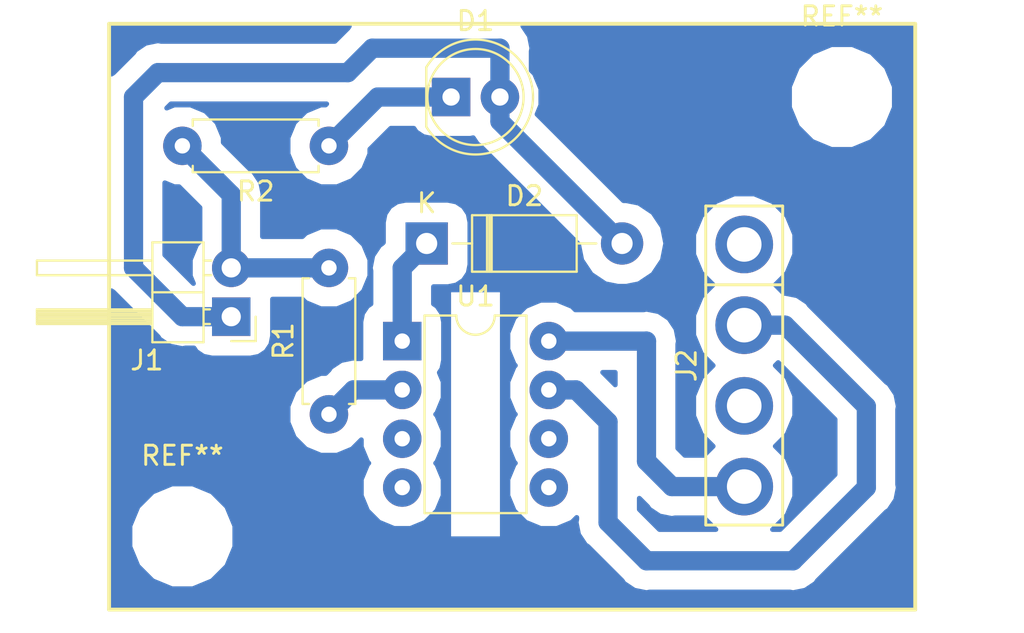
<source format=kicad_pcb>
(kicad_pcb (version 20171130) (host pcbnew "(5.0.2)-1")

  (general
    (thickness 1.6)
    (drawings 4)
    (tracks 32)
    (zones 0)
    (modules 9)
    (nets 10)
  )

  (page A4)
  (layers
    (0 F.Cu signal)
    (31 B.Cu signal)
    (32 B.Adhes user)
    (33 F.Adhes user)
    (34 B.Paste user)
    (35 F.Paste user)
    (36 B.SilkS user)
    (37 F.SilkS user)
    (38 B.Mask user)
    (39 F.Mask user)
    (40 Dwgs.User user)
    (41 Cmts.User user)
    (42 Eco1.User user)
    (43 Eco2.User user)
    (44 Edge.Cuts user)
    (45 Margin user)
    (46 B.CrtYd user)
    (47 F.CrtYd user)
    (48 B.Fab user)
    (49 F.Fab user)
  )

  (setup
    (last_trace_width 1)
    (trace_clearance 1)
    (zone_clearance 0.508)
    (zone_45_only no)
    (trace_min 0.2)
    (segment_width 0.2)
    (edge_width 0.15)
    (via_size 0.8)
    (via_drill 0.4)
    (via_min_size 0.4)
    (via_min_drill 0.3)
    (uvia_size 0.3)
    (uvia_drill 0.1)
    (uvias_allowed no)
    (uvia_min_size 0.2)
    (uvia_min_drill 0.1)
    (pcb_text_width 0.3)
    (pcb_text_size 1.5 1.5)
    (mod_edge_width 0.15)
    (mod_text_size 1 1)
    (mod_text_width 0.15)
    (pad_size 3 3)
    (pad_drill 1.8)
    (pad_to_mask_clearance 0.051)
    (solder_mask_min_width 0.25)
    (aux_axis_origin 0 0)
    (visible_elements 7FFFFFFF)
    (pcbplotparams
      (layerselection 0x00000_fffffffe)
      (usegerberextensions false)
      (usegerberattributes false)
      (usegerberadvancedattributes false)
      (creategerberjobfile false)
      (excludeedgelayer true)
      (linewidth 0.100000)
      (plotframeref false)
      (viasonmask false)
      (mode 1)
      (useauxorigin false)
      (hpglpennumber 1)
      (hpglpenspeed 20)
      (hpglpendiameter 15.000000)
      (psnegative false)
      (psa4output false)
      (plotreference true)
      (plotvalue true)
      (plotinvisibletext false)
      (padsonsilk false)
      (subtractmaskfromsilk false)
      (outputformat 3)
      (mirror false)
      (drillshape 2)
      (scaleselection 1)
      (outputdirectory "./"))
  )

  (net 0 "")
  (net 1 "Net-(J1-Pad2)")
  (net 2 "Net-(J2-Pad1)")
  (net 3 "Net-(J2-Pad2)")
  (net 4 "Net-(J2-Pad3)")
  (net 5 "Net-(J2-Pad4)")
  (net 6 "Net-(R1-Pad1)")
  (net 7 "Net-(D1-Pad1)")
  (net 8 "Net-(D1-Pad2)")
  (net 9 "Net-(D2-Pad1)")

  (net_class Default "Dies ist die voreingestellte Netzklasse."
    (clearance 1)
    (trace_width 1)
    (via_dia 0.8)
    (via_drill 0.4)
    (uvia_dia 0.3)
    (uvia_drill 0.1)
    (add_net "Net-(D1-Pad1)")
    (add_net "Net-(D1-Pad2)")
    (add_net "Net-(D2-Pad1)")
    (add_net "Net-(J1-Pad2)")
    (add_net "Net-(J2-Pad1)")
    (add_net "Net-(J2-Pad2)")
    (add_net "Net-(J2-Pad3)")
    (add_net "Net-(J2-Pad4)")
    (add_net "Net-(R1-Pad1)")
  )

  (module Connector_PinHeader_2.54mm:PinHeader_1x02_P2.54mm_Horizontal (layer F.Cu) (tedit 5E6919B4) (tstamp 5E720418)
    (at 35.56 72.39 180)
    (descr "Through hole angled pin header, 1x02, 2.54mm pitch, 6mm pin length, single row")
    (tags "Through hole angled pin header THT 1x02 2.54mm single row")
    (path /5E64EF60)
    (fp_text reference J1 (at 4.385 -2.27 180) (layer F.SilkS)
      (effects (font (size 1 1) (thickness 0.15)))
    )
    (fp_text value Conn_01x02_Male (at 4.385 4.81 180) (layer F.Fab)
      (effects (font (size 1 1) (thickness 0.15)))
    )
    (fp_text user %R (at 2.77 1.27 270) (layer F.Fab)
      (effects (font (size 1 1) (thickness 0.15)))
    )
    (fp_line (start 10.55 -1.8) (end -1.8 -1.8) (layer F.CrtYd) (width 0.05))
    (fp_line (start 10.55 4.35) (end 10.55 -1.8) (layer F.CrtYd) (width 0.05))
    (fp_line (start -1.8 4.35) (end 10.55 4.35) (layer F.CrtYd) (width 0.05))
    (fp_line (start -1.8 -1.8) (end -1.8 4.35) (layer F.CrtYd) (width 0.05))
    (fp_line (start -1.27 -1.27) (end 0 -1.27) (layer F.SilkS) (width 0.12))
    (fp_line (start -1.27 0) (end -1.27 -1.27) (layer F.SilkS) (width 0.12))
    (fp_line (start 1.042929 2.92) (end 1.44 2.92) (layer F.SilkS) (width 0.12))
    (fp_line (start 1.042929 2.16) (end 1.44 2.16) (layer F.SilkS) (width 0.12))
    (fp_line (start 10.1 2.92) (end 4.1 2.92) (layer F.SilkS) (width 0.12))
    (fp_line (start 10.1 2.16) (end 10.1 2.92) (layer F.SilkS) (width 0.12))
    (fp_line (start 4.1 2.16) (end 10.1 2.16) (layer F.SilkS) (width 0.12))
    (fp_line (start 1.44 1.27) (end 4.1 1.27) (layer F.SilkS) (width 0.12))
    (fp_line (start 1.11 0.38) (end 1.44 0.38) (layer F.SilkS) (width 0.12))
    (fp_line (start 1.11 -0.38) (end 1.44 -0.38) (layer F.SilkS) (width 0.12))
    (fp_line (start 4.1 0.28) (end 10.1 0.28) (layer F.SilkS) (width 0.12))
    (fp_line (start 4.1 0.16) (end 10.1 0.16) (layer F.SilkS) (width 0.12))
    (fp_line (start 4.1 0.04) (end 10.1 0.04) (layer F.SilkS) (width 0.12))
    (fp_line (start 4.1 -0.08) (end 10.1 -0.08) (layer F.SilkS) (width 0.12))
    (fp_line (start 4.1 -0.2) (end 10.1 -0.2) (layer F.SilkS) (width 0.12))
    (fp_line (start 4.1 -0.32) (end 10.1 -0.32) (layer F.SilkS) (width 0.12))
    (fp_line (start 10.1 0.38) (end 4.1 0.38) (layer F.SilkS) (width 0.12))
    (fp_line (start 10.1 -0.38) (end 10.1 0.38) (layer F.SilkS) (width 0.12))
    (fp_line (start 4.1 -0.38) (end 10.1 -0.38) (layer F.SilkS) (width 0.12))
    (fp_line (start 4.1 -1.33) (end 1.44 -1.33) (layer F.SilkS) (width 0.12))
    (fp_line (start 4.1 3.87) (end 4.1 -1.33) (layer F.SilkS) (width 0.12))
    (fp_line (start 1.44 3.87) (end 4.1 3.87) (layer F.SilkS) (width 0.12))
    (fp_line (start 1.44 -1.33) (end 1.44 3.87) (layer F.SilkS) (width 0.12))
    (fp_line (start 4.04 2.86) (end 10.04 2.86) (layer F.Fab) (width 0.1))
    (fp_line (start 10.04 2.22) (end 10.04 2.86) (layer F.Fab) (width 0.1))
    (fp_line (start 4.04 2.22) (end 10.04 2.22) (layer F.Fab) (width 0.1))
    (fp_line (start -0.32 2.86) (end 1.5 2.86) (layer F.Fab) (width 0.1))
    (fp_line (start -0.32 2.22) (end -0.32 2.86) (layer F.Fab) (width 0.1))
    (fp_line (start -0.32 2.22) (end 1.5 2.22) (layer F.Fab) (width 0.1))
    (fp_line (start 4.04 0.32) (end 10.04 0.32) (layer F.Fab) (width 0.1))
    (fp_line (start 10.04 -0.32) (end 10.04 0.32) (layer F.Fab) (width 0.1))
    (fp_line (start 4.04 -0.32) (end 10.04 -0.32) (layer F.Fab) (width 0.1))
    (fp_line (start -0.32 0.32) (end 1.5 0.32) (layer F.Fab) (width 0.1))
    (fp_line (start -0.32 -0.32) (end -0.32 0.32) (layer F.Fab) (width 0.1))
    (fp_line (start -0.32 -0.32) (end 1.5 -0.32) (layer F.Fab) (width 0.1))
    (fp_line (start 1.5 -0.635) (end 2.135 -1.27) (layer F.Fab) (width 0.1))
    (fp_line (start 1.5 3.81) (end 1.5 -0.635) (layer F.Fab) (width 0.1))
    (fp_line (start 4.04 3.81) (end 1.5 3.81) (layer F.Fab) (width 0.1))
    (fp_line (start 4.04 -1.27) (end 4.04 3.81) (layer F.Fab) (width 0.1))
    (fp_line (start 2.135 -1.27) (end 4.04 -1.27) (layer F.Fab) (width 0.1))
    (pad 2 thru_hole circle (at 0 2.54 180) (size 2 2) (drill 1) (layers *.Cu *.Mask)
      (net 1 "Net-(J1-Pad2)"))
    (pad 1 thru_hole rect (at 0 0 180) (size 2 2) (drill 1) (layers *.Cu *.Mask)
      (net 8 "Net-(D1-Pad2)"))
    (model ${KISYS3DMOD}/Connector_PinHeader_2.54mm.3dshapes/PinHeader_1x02_P2.54mm_Horizontal.wrl
      (at (xyz 0 0 0))
      (scale (xyz 1 1 1))
      (rotate (xyz 0 0 0))
    )
  )

  (module Resistor_THT:R_Axial_DIN0207_L6.3mm_D2.5mm_P7.62mm_Horizontal (layer F.Cu) (tedit 5E6919A2) (tstamp 5E72044A)
    (at 40.64 77.47 90)
    (descr "Resistor, Axial_DIN0207 series, Axial, Horizontal, pin pitch=7.62mm, 0.25W = 1/4W, length*diameter=6.3*2.5mm^2, http://cdn-reichelt.de/documents/datenblatt/B400/1_4W%23YAG.pdf")
    (tags "Resistor Axial_DIN0207 series Axial Horizontal pin pitch 7.62mm 0.25W = 1/4W length 6.3mm diameter 2.5mm")
    (path /5E64EDCA)
    (fp_text reference R1 (at 3.81 -2.37 90) (layer F.SilkS)
      (effects (font (size 1 1) (thickness 0.15)))
    )
    (fp_text value R (at 3.81 2.37 90) (layer F.Fab)
      (effects (font (size 1 1) (thickness 0.15)))
    )
    (fp_text user %R (at 3.81 0 90) (layer F.Fab)
      (effects (font (size 1 1) (thickness 0.15)))
    )
    (fp_line (start 8.67 -1.5) (end -1.05 -1.5) (layer F.CrtYd) (width 0.05))
    (fp_line (start 8.67 1.5) (end 8.67 -1.5) (layer F.CrtYd) (width 0.05))
    (fp_line (start -1.05 1.5) (end 8.67 1.5) (layer F.CrtYd) (width 0.05))
    (fp_line (start -1.05 -1.5) (end -1.05 1.5) (layer F.CrtYd) (width 0.05))
    (fp_line (start 7.08 1.37) (end 7.08 1.04) (layer F.SilkS) (width 0.12))
    (fp_line (start 0.54 1.37) (end 7.08 1.37) (layer F.SilkS) (width 0.12))
    (fp_line (start 0.54 1.04) (end 0.54 1.37) (layer F.SilkS) (width 0.12))
    (fp_line (start 7.08 -1.37) (end 7.08 -1.04) (layer F.SilkS) (width 0.12))
    (fp_line (start 0.54 -1.37) (end 7.08 -1.37) (layer F.SilkS) (width 0.12))
    (fp_line (start 0.54 -1.04) (end 0.54 -1.37) (layer F.SilkS) (width 0.12))
    (fp_line (start 7.62 0) (end 6.96 0) (layer F.Fab) (width 0.1))
    (fp_line (start 0 0) (end 0.66 0) (layer F.Fab) (width 0.1))
    (fp_line (start 6.96 -1.25) (end 0.66 -1.25) (layer F.Fab) (width 0.1))
    (fp_line (start 6.96 1.25) (end 6.96 -1.25) (layer F.Fab) (width 0.1))
    (fp_line (start 0.66 1.25) (end 6.96 1.25) (layer F.Fab) (width 0.1))
    (fp_line (start 0.66 -1.25) (end 0.66 1.25) (layer F.Fab) (width 0.1))
    (pad 2 thru_hole circle (at 7.62 0 90) (size 2 2) (drill 0.8) (layers *.Cu *.Mask)
      (net 1 "Net-(J1-Pad2)"))
    (pad 1 thru_hole circle (at 0 0 90) (size 2 2) (drill 0.8) (layers *.Cu *.Mask)
      (net 6 "Net-(R1-Pad1)"))
    (model ${KISYS3DMOD}/Resistor_THT.3dshapes/R_Axial_DIN0207_L6.3mm_D2.5mm_P7.62mm_Horizontal.wrl
      (at (xyz 0 0 0))
      (scale (xyz 1 1 1))
      (rotate (xyz 0 0 0))
    )
  )

  (module Package_DIP:DIP-8_W7.62mm (layer F.Cu) (tedit 5E691974) (tstamp 5E720466)
    (at 44.45 73.66)
    (descr "8-lead though-hole mounted DIP package, row spacing 7.62 mm (300 mils)")
    (tags "THT DIP DIL PDIP 2.54mm 7.62mm 300mil")
    (path /5E64ECF9)
    (fp_text reference U1 (at 3.81 -2.33) (layer F.SilkS)
      (effects (font (size 1 1) (thickness 0.15)))
    )
    (fp_text value TLP627-2 (at 3.81 9.95) (layer F.Fab)
      (effects (font (size 1 1) (thickness 0.15)))
    )
    (fp_text user %R (at 3.81 3.81) (layer F.Fab)
      (effects (font (size 1 1) (thickness 0.15)))
    )
    (fp_line (start 8.7 -1.55) (end -1.1 -1.55) (layer F.CrtYd) (width 0.05))
    (fp_line (start 8.7 9.15) (end 8.7 -1.55) (layer F.CrtYd) (width 0.05))
    (fp_line (start -1.1 9.15) (end 8.7 9.15) (layer F.CrtYd) (width 0.05))
    (fp_line (start -1.1 -1.55) (end -1.1 9.15) (layer F.CrtYd) (width 0.05))
    (fp_line (start 6.46 -1.33) (end 4.81 -1.33) (layer F.SilkS) (width 0.12))
    (fp_line (start 6.46 8.95) (end 6.46 -1.33) (layer F.SilkS) (width 0.12))
    (fp_line (start 1.16 8.95) (end 6.46 8.95) (layer F.SilkS) (width 0.12))
    (fp_line (start 1.16 -1.33) (end 1.16 8.95) (layer F.SilkS) (width 0.12))
    (fp_line (start 2.81 -1.33) (end 1.16 -1.33) (layer F.SilkS) (width 0.12))
    (fp_line (start 0.635 -0.27) (end 1.635 -1.27) (layer F.Fab) (width 0.1))
    (fp_line (start 0.635 8.89) (end 0.635 -0.27) (layer F.Fab) (width 0.1))
    (fp_line (start 6.985 8.89) (end 0.635 8.89) (layer F.Fab) (width 0.1))
    (fp_line (start 6.985 -1.27) (end 6.985 8.89) (layer F.Fab) (width 0.1))
    (fp_line (start 1.635 -1.27) (end 6.985 -1.27) (layer F.Fab) (width 0.1))
    (fp_arc (start 3.81 -1.33) (end 2.81 -1.33) (angle -180) (layer F.SilkS) (width 0.12))
    (pad 8 thru_hole circle (at 7.62 0) (size 2 2) (drill 0.8) (layers *.Cu *.Mask)
      (net 5 "Net-(J2-Pad4)"))
    (pad 4 thru_hole circle (at 0 7.62) (size 2 2) (drill 0.8) (layers *.Cu *.Mask))
    (pad 7 thru_hole circle (at 7.62 2.54) (size 2 2) (drill 0.8) (layers *.Cu *.Mask)
      (net 3 "Net-(J2-Pad2)"))
    (pad 3 thru_hole circle (at 0 5.08) (size 2 2) (drill 0.8) (layers *.Cu *.Mask))
    (pad 6 thru_hole circle (at 7.62 5.08) (size 2 2) (drill 0.8) (layers *.Cu *.Mask))
    (pad 2 thru_hole circle (at 0 2.54) (size 2 2) (drill 0.8) (layers *.Cu *.Mask)
      (net 6 "Net-(R1-Pad1)"))
    (pad 5 thru_hole circle (at 7.62 7.62) (size 2 2) (drill 0.8) (layers *.Cu *.Mask))
    (pad 1 thru_hole rect (at 0 0) (size 2 2) (drill 0.8) (layers *.Cu *.Mask)
      (net 9 "Net-(D2-Pad1)"))
    (model ${KISYS3DMOD}/Package_DIP.3dshapes/DIP-8_W7.62mm.wrl
      (at (xyz 0 0 0))
      (scale (xyz 1 1 1))
      (rotate (xyz 0 0 0))
    )
  )

  (module Connector_Pin:JST-4.2mm_1x4 (layer F.Cu) (tedit 5E69E99B) (tstamp 5E72C07F)
    (at 62.23 74.93 270)
    (path /5E64F0C6)
    (fp_text reference J2 (at 0 3 270) (layer F.SilkS)
      (effects (font (size 1 1) (thickness 0.15)))
    )
    (fp_text value Conn_01x04 (at 0 -3 270) (layer F.Fab)
      (effects (font (size 1 1) (thickness 0.15)))
    )
    (fp_line (start -8.3 -2) (end 8.3 -2) (layer F.SilkS) (width 0.15))
    (fp_line (start 8.3 -2) (end 8.3 2) (layer F.SilkS) (width 0.15))
    (fp_line (start 8.3 2) (end -8.3 2) (layer F.SilkS) (width 0.15))
    (fp_line (start -8.3 2) (end -8.3 -2) (layer F.SilkS) (width 0.15))
    (fp_line (start -4.2 -2) (end -4.2 2) (layer F.SilkS) (width 0.15))
    (fp_line (start -8.45 -2.15) (end 8.45 -2.15) (layer F.CrtYd) (width 0.05))
    (fp_line (start 8.45 -2.15) (end 8.45 2.15) (layer F.CrtYd) (width 0.05))
    (fp_line (start 8.45 2.15) (end -8.45 2.15) (layer F.CrtYd) (width 0.05))
    (fp_line (start -8.45 2.15) (end -8.45 -2.15) (layer F.CrtYd) (width 0.05))
    (pad 1 thru_hole circle (at -6.3 0 270) (size 3 3) (drill 1.8) (layers *.Cu *.Mask)
      (net 2 "Net-(J2-Pad1)"))
    (pad 2 thru_hole circle (at -2.1 0 270) (size 3 3) (drill 1.8) (layers *.Cu *.Mask)
      (net 3 "Net-(J2-Pad2)"))
    (pad 3 thru_hole circle (at 2.1 0 270) (size 3 3) (drill 1.8) (layers *.Cu *.Mask)
      (net 4 "Net-(J2-Pad3)"))
    (pad 4 thru_hole circle (at 6.3 0 270) (size 3 3) (drill 1.8) (layers *.Cu *.Mask)
      (net 5 "Net-(J2-Pad4)"))
  )

  (module LED_THT:LED_D5.0mm (layer F.Cu) (tedit 5E69E96E) (tstamp 5E6A3C46)
    (at 46.99 60.96)
    (descr "LED, diameter 5.0mm, 2 pins, http://cdn-reichelt.de/documents/datenblatt/A500/LL-504BC2E-009.pdf")
    (tags "LED diameter 5.0mm 2 pins")
    (path /5E69EA74)
    (fp_text reference D1 (at 1.27 -3.96) (layer F.SilkS)
      (effects (font (size 1 1) (thickness 0.15)))
    )
    (fp_text value LED (at 1.27 3.96) (layer F.Fab)
      (effects (font (size 1 1) (thickness 0.15)))
    )
    (fp_arc (start 1.27 0) (end -1.23 -1.469694) (angle 299.1) (layer F.Fab) (width 0.1))
    (fp_arc (start 1.27 0) (end -1.29 -1.54483) (angle 148.9) (layer F.SilkS) (width 0.12))
    (fp_arc (start 1.27 0) (end -1.29 1.54483) (angle -148.9) (layer F.SilkS) (width 0.12))
    (fp_circle (center 1.27 0) (end 3.77 0) (layer F.Fab) (width 0.1))
    (fp_circle (center 1.27 0) (end 3.77 0) (layer F.SilkS) (width 0.12))
    (fp_line (start -1.23 -1.469694) (end -1.23 1.469694) (layer F.Fab) (width 0.1))
    (fp_line (start -1.29 -1.545) (end -1.29 1.545) (layer F.SilkS) (width 0.12))
    (fp_line (start -1.95 -3.25) (end -1.95 3.25) (layer F.CrtYd) (width 0.05))
    (fp_line (start -1.95 3.25) (end 4.5 3.25) (layer F.CrtYd) (width 0.05))
    (fp_line (start 4.5 3.25) (end 4.5 -3.25) (layer F.CrtYd) (width 0.05))
    (fp_line (start 4.5 -3.25) (end -1.95 -3.25) (layer F.CrtYd) (width 0.05))
    (fp_text user %R (at 1.25 0) (layer F.Fab)
      (effects (font (size 0.8 0.8) (thickness 0.2)))
    )
    (pad 1 thru_hole rect (at 0 0) (size 2 2) (drill 0.9) (layers *.Cu *.Mask)
      (net 7 "Net-(D1-Pad1)"))
    (pad 2 thru_hole circle (at 2.54 0) (size 2 2) (drill 0.9) (layers *.Cu *.Mask)
      (net 8 "Net-(D1-Pad2)"))
    (model ${KISYS3DMOD}/LED_THT.3dshapes/LED_D5.0mm.wrl
      (at (xyz 0 0 0))
      (scale (xyz 1 1 1))
      (rotate (xyz 0 0 0))
    )
  )

  (module Resistor_THT:R_Axial_DIN0207_L6.3mm_D2.5mm_P7.62mm_Horizontal (layer F.Cu) (tedit 5E69E95A) (tstamp 5E6A3C5D)
    (at 40.64 63.5 180)
    (descr "Resistor, Axial_DIN0207 series, Axial, Horizontal, pin pitch=7.62mm, 0.25W = 1/4W, length*diameter=6.3*2.5mm^2, http://cdn-reichelt.de/documents/datenblatt/B400/1_4W%23YAG.pdf")
    (tags "Resistor Axial_DIN0207 series Axial Horizontal pin pitch 7.62mm 0.25W = 1/4W length 6.3mm diameter 2.5mm")
    (path /5E6A0839)
    (fp_text reference R2 (at 3.81 -2.37) (layer F.SilkS)
      (effects (font (size 1 1) (thickness 0.15)))
    )
    (fp_text value R (at 3.81 2.37) (layer F.Fab)
      (effects (font (size 1 1) (thickness 0.15)))
    )
    (fp_line (start 0.66 -1.25) (end 0.66 1.25) (layer F.Fab) (width 0.1))
    (fp_line (start 0.66 1.25) (end 6.96 1.25) (layer F.Fab) (width 0.1))
    (fp_line (start 6.96 1.25) (end 6.96 -1.25) (layer F.Fab) (width 0.1))
    (fp_line (start 6.96 -1.25) (end 0.66 -1.25) (layer F.Fab) (width 0.1))
    (fp_line (start 0 0) (end 0.66 0) (layer F.Fab) (width 0.1))
    (fp_line (start 7.62 0) (end 6.96 0) (layer F.Fab) (width 0.1))
    (fp_line (start 0.54 -1.04) (end 0.54 -1.37) (layer F.SilkS) (width 0.12))
    (fp_line (start 0.54 -1.37) (end 7.08 -1.37) (layer F.SilkS) (width 0.12))
    (fp_line (start 7.08 -1.37) (end 7.08 -1.04) (layer F.SilkS) (width 0.12))
    (fp_line (start 0.54 1.04) (end 0.54 1.37) (layer F.SilkS) (width 0.12))
    (fp_line (start 0.54 1.37) (end 7.08 1.37) (layer F.SilkS) (width 0.12))
    (fp_line (start 7.08 1.37) (end 7.08 1.04) (layer F.SilkS) (width 0.12))
    (fp_line (start -1.05 -1.5) (end -1.05 1.5) (layer F.CrtYd) (width 0.05))
    (fp_line (start -1.05 1.5) (end 8.67 1.5) (layer F.CrtYd) (width 0.05))
    (fp_line (start 8.67 1.5) (end 8.67 -1.5) (layer F.CrtYd) (width 0.05))
    (fp_line (start 8.67 -1.5) (end -1.05 -1.5) (layer F.CrtYd) (width 0.05))
    (fp_text user %R (at 3.81 0) (layer F.Fab)
      (effects (font (size 1 1) (thickness 0.15)))
    )
    (pad 1 thru_hole circle (at 0 0 180) (size 2 2) (drill 0.8) (layers *.Cu *.Mask)
      (net 7 "Net-(D1-Pad1)"))
    (pad 2 thru_hole circle (at 7.62 0 180) (size 2 2) (drill 0.8) (layers *.Cu *.Mask)
      (net 1 "Net-(J1-Pad2)"))
    (model ${KISYS3DMOD}/Resistor_THT.3dshapes/R_Axial_DIN0207_L6.3mm_D2.5mm_P7.62mm_Horizontal.wrl
      (at (xyz 0 0 0))
      (scale (xyz 1 1 1))
      (rotate (xyz 0 0 0))
    )
  )

  (module MountingHole:MountingHole_3.2mm_M3 (layer F.Cu) (tedit 56D1B4CB) (tstamp 5E797617)
    (at 33.02 83.82)
    (descr "Mounting Hole 3.2mm, no annular, M3")
    (tags "mounting hole 3.2mm no annular m3")
    (attr virtual)
    (fp_text reference REF** (at 0 -4.2) (layer F.SilkS)
      (effects (font (size 1 1) (thickness 0.15)))
    )
    (fp_text value MountingHole_3.2mm_M3 (at 0 4.2) (layer F.Fab)
      (effects (font (size 1 1) (thickness 0.15)))
    )
    (fp_circle (center 0 0) (end 3.45 0) (layer F.CrtYd) (width 0.05))
    (fp_circle (center 0 0) (end 3.2 0) (layer Cmts.User) (width 0.15))
    (fp_text user %R (at 0.3 0) (layer F.Fab)
      (effects (font (size 1 1) (thickness 0.15)))
    )
    (pad 1 np_thru_hole circle (at 0 0) (size 3.2 3.2) (drill 3.2) (layers *.Cu *.Mask))
  )

  (module MountingHole:MountingHole_3.2mm_M3 (layer F.Cu) (tedit 56D1B4CB) (tstamp 5E797626)
    (at 67.31 60.96)
    (descr "Mounting Hole 3.2mm, no annular, M3")
    (tags "mounting hole 3.2mm no annular m3")
    (attr virtual)
    (fp_text reference REF** (at 0 -4.2) (layer F.SilkS)
      (effects (font (size 1 1) (thickness 0.15)))
    )
    (fp_text value MountingHole_3.2mm_M3 (at 0 4.2) (layer F.Fab)
      (effects (font (size 1 1) (thickness 0.15)))
    )
    (fp_circle (center 0 0) (end 3.45 0) (layer F.CrtYd) (width 0.05))
    (fp_circle (center 0 0) (end 3.2 0) (layer Cmts.User) (width 0.15))
    (fp_text user %R (at 0.3 0) (layer F.Fab)
      (effects (font (size 1 1) (thickness 0.15)))
    )
    (pad 1 np_thru_hole circle (at 0 0) (size 3.2 3.2) (drill 3.2) (layers *.Cu *.Mask))
  )

  (module Diode_THT:D_DO-41_SOD81_P10.16mm_Horizontal (layer F.Cu) (tedit 5AE50CD5) (tstamp 5E7EF568)
    (at 45.72 68.58)
    (descr "Diode, DO-41_SOD81 series, Axial, Horizontal, pin pitch=10.16mm, , length*diameter=5.2*2.7mm^2, , http://www.diodes.com/_files/packages/DO-41%20(Plastic).pdf")
    (tags "Diode DO-41_SOD81 series Axial Horizontal pin pitch 10.16mm  length 5.2mm diameter 2.7mm")
    (path /5E726981)
    (fp_text reference D2 (at 5.08 -2.47) (layer F.SilkS)
      (effects (font (size 1 1) (thickness 0.15)))
    )
    (fp_text value 1N4001 (at 5.08 2.47) (layer F.Fab)
      (effects (font (size 1 1) (thickness 0.15)))
    )
    (fp_line (start 2.48 -1.35) (end 2.48 1.35) (layer F.Fab) (width 0.1))
    (fp_line (start 2.48 1.35) (end 7.68 1.35) (layer F.Fab) (width 0.1))
    (fp_line (start 7.68 1.35) (end 7.68 -1.35) (layer F.Fab) (width 0.1))
    (fp_line (start 7.68 -1.35) (end 2.48 -1.35) (layer F.Fab) (width 0.1))
    (fp_line (start 0 0) (end 2.48 0) (layer F.Fab) (width 0.1))
    (fp_line (start 10.16 0) (end 7.68 0) (layer F.Fab) (width 0.1))
    (fp_line (start 3.26 -1.35) (end 3.26 1.35) (layer F.Fab) (width 0.1))
    (fp_line (start 3.36 -1.35) (end 3.36 1.35) (layer F.Fab) (width 0.1))
    (fp_line (start 3.16 -1.35) (end 3.16 1.35) (layer F.Fab) (width 0.1))
    (fp_line (start 2.36 -1.47) (end 2.36 1.47) (layer F.SilkS) (width 0.12))
    (fp_line (start 2.36 1.47) (end 7.8 1.47) (layer F.SilkS) (width 0.12))
    (fp_line (start 7.8 1.47) (end 7.8 -1.47) (layer F.SilkS) (width 0.12))
    (fp_line (start 7.8 -1.47) (end 2.36 -1.47) (layer F.SilkS) (width 0.12))
    (fp_line (start 1.34 0) (end 2.36 0) (layer F.SilkS) (width 0.12))
    (fp_line (start 8.82 0) (end 7.8 0) (layer F.SilkS) (width 0.12))
    (fp_line (start 3.26 -1.47) (end 3.26 1.47) (layer F.SilkS) (width 0.12))
    (fp_line (start 3.38 -1.47) (end 3.38 1.47) (layer F.SilkS) (width 0.12))
    (fp_line (start 3.14 -1.47) (end 3.14 1.47) (layer F.SilkS) (width 0.12))
    (fp_line (start -1.35 -1.6) (end -1.35 1.6) (layer F.CrtYd) (width 0.05))
    (fp_line (start -1.35 1.6) (end 11.51 1.6) (layer F.CrtYd) (width 0.05))
    (fp_line (start 11.51 1.6) (end 11.51 -1.6) (layer F.CrtYd) (width 0.05))
    (fp_line (start 11.51 -1.6) (end -1.35 -1.6) (layer F.CrtYd) (width 0.05))
    (fp_text user %R (at 5.47 0) (layer F.Fab)
      (effects (font (size 1 1) (thickness 0.15)))
    )
    (fp_text user K (at 0 -2.1) (layer F.Fab)
      (effects (font (size 1 1) (thickness 0.15)))
    )
    (fp_text user K (at 0 -2.1) (layer F.SilkS)
      (effects (font (size 1 1) (thickness 0.15)))
    )
    (pad 1 thru_hole rect (at 0 0) (size 2.2 2.2) (drill 1.1) (layers *.Cu *.Mask)
      (net 9 "Net-(D2-Pad1)"))
    (pad 2 thru_hole oval (at 10.16 0) (size 2.2 2.2) (drill 1.1) (layers *.Cu *.Mask)
      (net 8 "Net-(D1-Pad2)"))
    (model ${KISYS3DMOD}/Diode_THT.3dshapes/D_DO-41_SOD81_P10.16mm_Horizontal.wrl
      (at (xyz 0 0 0))
      (scale (xyz 1 1 1))
      (rotate (xyz 0 0 0))
    )
  )

  (gr_line (start 29.21 87.63) (end 29.21 57.15) (layer F.SilkS) (width 0.2))
  (gr_line (start 71.12 87.63) (end 29.21 87.63) (layer F.SilkS) (width 0.2))
  (gr_line (start 71.12 57.15) (end 71.12 87.63) (layer F.SilkS) (width 0.2))
  (gr_line (start 29.21 57.15) (end 71.12 57.15) (layer F.SilkS) (width 0.2))

  (segment (start 35.56 66.04) (end 33.02 63.5) (width 1) (layer B.Cu) (net 1))
  (segment (start 35.56 69.85) (end 35.56 66.04) (width 1) (layer B.Cu) (net 1))
  (segment (start 35.56 69.85) (end 40.64 69.85) (width 1) (layer B.Cu) (net 1))
  (segment (start 55.14999 77.865777) (end 55.14999 83.08999) (width 1) (layer B.Cu) (net 3))
  (segment (start 52.07 76.2) (end 53.484213 76.2) (width 1) (layer B.Cu) (net 3))
  (segment (start 53.484213 76.2) (end 55.14999 77.865777) (width 1) (layer B.Cu) (net 3))
  (segment (start 55.14999 83.08999) (end 57.15 85.09) (width 1) (layer B.Cu) (net 3))
  (segment (start 57.15 85.09) (end 64.77 85.09) (width 1) (layer B.Cu) (net 3))
  (segment (start 64.77 85.09) (end 68.58 81.28) (width 1) (layer B.Cu) (net 3))
  (segment (start 64.35132 72.83) (end 62.23 72.83) (width 1) (layer B.Cu) (net 3))
  (segment (start 68.58 77.05868) (end 64.35132 72.83) (width 1) (layer B.Cu) (net 3))
  (segment (start 68.58 81.28) (end 68.58 77.05868) (width 1) (layer B.Cu) (net 3))
  (segment (start 62.23 81.23) (end 58.47 81.23) (width 1) (layer B.Cu) (net 5))
  (segment (start 58.47 81.23) (end 57.15 79.91) (width 1) (layer B.Cu) (net 5))
  (segment (start 57.15 79.91) (end 57.15 73.66) (width 1) (layer B.Cu) (net 5))
  (segment (start 57.15 73.66) (end 52.07 73.66) (width 1) (layer B.Cu) (net 5))
  (segment (start 41.91 76.2) (end 40.64 77.47) (width 1) (layer B.Cu) (net 6))
  (segment (start 44.45 76.2) (end 41.91 76.2) (width 1) (layer B.Cu) (net 6))
  (segment (start 43.18 60.96) (end 40.64 63.5) (width 1) (layer B.Cu) (net 7))
  (segment (start 46.99 60.96) (end 43.18 60.96) (width 1) (layer B.Cu) (net 7))
  (segment (start 49.53 62.23) (end 49.53 60.96) (width 1) (layer B.Cu) (net 8))
  (segment (start 55.88 68.58) (end 49.53 62.23) (width 1) (layer B.Cu) (net 8))
  (segment (start 49.53 58.42) (end 49.53 60.96) (width 1) (layer B.Cu) (net 8))
  (segment (start 33.02 72.39) (end 30.48 69.85) (width 1) (layer B.Cu) (net 8))
  (segment (start 42.891559 58.42) (end 49.53 58.42) (width 1) (layer B.Cu) (net 8))
  (segment (start 35.56 72.39) (end 33.02 72.39) (width 1) (layer B.Cu) (net 8))
  (segment (start 30.48 69.85) (end 30.48 60.96) (width 1) (layer B.Cu) (net 8))
  (segment (start 30.48 60.96) (end 31.75 59.69) (width 1) (layer B.Cu) (net 8))
  (segment (start 31.75 59.69) (end 41.621559 59.69) (width 1) (layer B.Cu) (net 8))
  (segment (start 41.621559 59.69) (end 42.891559 58.42) (width 1) (layer B.Cu) (net 8))
  (segment (start 44.45 69.85) (end 45.72 68.58) (width 1) (layer B.Cu) (net 9))
  (segment (start 44.45 73.66) (end 44.45 69.85) (width 1) (layer B.Cu) (net 9))

  (zone (net 0) (net_name "") (layer B.Cu) (tstamp 0) (hatch edge 0.508)
    (connect_pads (clearance 0.508))
    (min_thickness 0.254)
    (keepout (tracks not_allowed) (vias not_allowed) (copperpour not_allowed))
    (fill (arc_segments 16) (thermal_gap 0.508) (thermal_bridge_width 0.508))
    (polygon
      (pts
        (xy 46.99 71.12) (xy 46.99 83.82) (xy 49.53 83.82) (xy 49.53 71.12)
      )
    )
  )
  (zone (net 0) (net_name "") (layer B.Cu) (tstamp 5E7EF894) (hatch edge 0.508)
    (connect_pads (clearance 0.508))
    (min_thickness 0.254)
    (fill yes (arc_segments 16) (thermal_gap 0.508) (thermal_bridge_width 0.508))
    (polygon
      (pts
        (xy 71.12 57.15) (xy 71.12 87.63) (xy 29.21 87.63) (xy 29.21 57.15)
      )
    )
    (filled_polygon
      (pts
        (xy 70.993 87.503) (xy 29.337 87.503) (xy 29.337 83.277566) (xy 30.293 83.277566) (xy 30.293 84.362434)
        (xy 30.708161 85.364721) (xy 31.475279 86.131839) (xy 32.477566 86.547) (xy 33.562434 86.547) (xy 34.564721 86.131839)
        (xy 35.331839 85.364721) (xy 35.747 84.362434) (xy 35.747 83.277566) (xy 35.331839 82.275279) (xy 34.564721 81.508161)
        (xy 33.562434 81.093) (xy 32.477566 81.093) (xy 31.475279 81.508161) (xy 30.708161 82.275279) (xy 30.293 83.277566)
        (xy 29.337 83.277566) (xy 29.337 77.046913) (xy 38.513 77.046913) (xy 38.513 77.893087) (xy 38.836817 78.674848)
        (xy 39.435152 79.273183) (xy 40.216913 79.597) (xy 41.063087 79.597) (xy 41.844848 79.273183) (xy 42.323 78.795031)
        (xy 42.323 79.163087) (xy 42.646817 79.944848) (xy 42.711969 80.01) (xy 42.646817 80.075152) (xy 42.323 80.856913)
        (xy 42.323 81.703087) (xy 42.646817 82.484848) (xy 43.245152 83.083183) (xy 44.026913 83.407) (xy 44.873087 83.407)
        (xy 45.654848 83.083183) (xy 46.253183 82.484848) (xy 46.577 81.703087) (xy 46.577 80.856913) (xy 46.253183 80.075152)
        (xy 46.188031 80.01) (xy 46.253183 79.944848) (xy 46.577 79.163087) (xy 46.577 78.316913) (xy 46.253183 77.535152)
        (xy 46.188031 77.47) (xy 46.253183 77.404848) (xy 46.577 76.623087) (xy 46.577 75.776913) (xy 46.378821 75.298468)
        (xy 46.511611 75.099733) (xy 46.599079 74.66) (xy 46.599079 72.66) (xy 46.511611 72.220267) (xy 46.262522 71.847478)
        (xy 46.077 71.723516) (xy 46.077 71.12) (xy 46.863 71.12) (xy 46.863 83.82) (xy 46.872667 83.868601)
        (xy 46.900197 83.909803) (xy 46.941399 83.937333) (xy 46.99 83.947) (xy 49.53 83.947) (xy 49.578601 83.937333)
        (xy 49.619803 83.909803) (xy 49.647333 83.868601) (xy 49.657 83.82) (xy 49.657 73.236913) (xy 49.943 73.236913)
        (xy 49.943 74.083087) (xy 50.266817 74.864848) (xy 50.331969 74.93) (xy 50.266817 74.995152) (xy 49.943 75.776913)
        (xy 49.943 76.623087) (xy 50.266817 77.404848) (xy 50.331969 77.47) (xy 50.266817 77.535152) (xy 49.943 78.316913)
        (xy 49.943 79.163087) (xy 50.266817 79.944848) (xy 50.331969 80.01) (xy 50.266817 80.075152) (xy 49.943 80.856913)
        (xy 49.943 81.703087) (xy 50.266817 82.484848) (xy 50.865152 83.083183) (xy 51.646913 83.407) (xy 52.493087 83.407)
        (xy 53.274848 83.083183) (xy 53.522991 82.83504) (xy 53.522991 82.929747) (xy 53.491117 83.08999) (xy 53.61739 83.724813)
        (xy 53.740997 83.909803) (xy 53.97699 84.262991) (xy 54.112837 84.353761) (xy 55.886228 86.127153) (xy 55.976999 86.263001)
        (xy 56.515176 86.6226) (xy 56.989758 86.717) (xy 56.989761 86.717) (xy 57.149999 86.748873) (xy 57.310237 86.717)
        (xy 64.609762 86.717) (xy 64.77 86.748873) (xy 64.930238 86.717) (xy 64.930242 86.717) (xy 65.404824 86.6226)
        (xy 65.943001 86.263001) (xy 66.033773 86.127151) (xy 69.617157 82.543769) (xy 69.753001 82.453001) (xy 69.871752 82.275279)
        (xy 70.1126 81.914824) (xy 70.238874 81.28) (xy 70.207 81.119758) (xy 70.207 77.218922) (xy 70.238874 77.05868)
        (xy 70.1126 76.423856) (xy 69.843771 76.021525) (xy 69.84377 76.021524) (xy 69.753001 75.885679) (xy 69.617156 75.79491)
        (xy 65.615093 71.792849) (xy 65.524321 71.656999) (xy 64.986144 71.2974) (xy 64.511562 71.203) (xy 64.511558 71.203)
        (xy 64.35132 71.171127) (xy 64.297059 71.18192) (xy 63.845139 70.73) (xy 64.457063 70.118076) (xy 64.857 69.152543)
        (xy 64.857 68.107457) (xy 64.457063 67.141924) (xy 63.718076 66.402937) (xy 62.752543 66.003) (xy 61.707457 66.003)
        (xy 60.741924 66.402937) (xy 60.002937 67.141924) (xy 59.603 68.107457) (xy 59.603 69.152543) (xy 60.002937 70.118076)
        (xy 60.614861 70.73) (xy 60.002937 71.341924) (xy 59.603 72.307457) (xy 59.603 73.352543) (xy 60.002937 74.318076)
        (xy 60.614861 74.93) (xy 60.002937 75.541924) (xy 59.603 76.507457) (xy 59.603 77.552543) (xy 60.002937 78.518076)
        (xy 60.614861 79.13) (xy 60.141861 79.603) (xy 59.143925 79.603) (xy 58.777 79.236075) (xy 58.777 73.820241)
        (xy 58.808874 73.66) (xy 58.6826 73.025176) (xy 58.323001 72.486999) (xy 57.784824 72.1274) (xy 57.310242 72.033)
        (xy 57.15 72.001126) (xy 56.989758 72.033) (xy 53.451031 72.033) (xy 53.274848 71.856817) (xy 52.493087 71.533)
        (xy 51.646913 71.533) (xy 50.865152 71.856817) (xy 50.266817 72.455152) (xy 49.943 73.236913) (xy 49.657 73.236913)
        (xy 49.657 71.12) (xy 49.647333 71.071399) (xy 49.619803 71.030197) (xy 49.578601 71.002667) (xy 49.53 70.993)
        (xy 46.99 70.993) (xy 46.941399 71.002667) (xy 46.900197 71.030197) (xy 46.872667 71.071399) (xy 46.863 71.12)
        (xy 46.077 71.12) (xy 46.077 70.829079) (xy 46.82 70.829079) (xy 47.259733 70.741611) (xy 47.632522 70.492522)
        (xy 47.881611 70.119733) (xy 47.969079 69.68) (xy 47.969079 67.48) (xy 47.881611 67.040267) (xy 47.632522 66.667478)
        (xy 47.259733 66.418389) (xy 46.82 66.330921) (xy 44.62 66.330921) (xy 44.180267 66.418389) (xy 43.807478 66.667478)
        (xy 43.558389 67.040267) (xy 43.470921 67.48) (xy 43.470921 68.528155) (xy 43.412847 68.586229) (xy 43.277 68.676999)
        (xy 43.18623 68.812846) (xy 42.9174 69.215177) (xy 42.791127 69.85) (xy 42.823001 70.010241) (xy 42.823001 71.723516)
        (xy 42.637478 71.847478) (xy 42.388389 72.220267) (xy 42.300921 72.66) (xy 42.300921 74.573) (xy 42.070237 74.573)
        (xy 41.909999 74.541127) (xy 41.749761 74.573) (xy 41.749758 74.573) (xy 41.275176 74.6674) (xy 40.736999 75.026999)
        (xy 40.646228 75.162847) (xy 40.466075 75.343) (xy 40.216913 75.343) (xy 39.435152 75.666817) (xy 38.836817 76.265152)
        (xy 38.513 77.046913) (xy 29.337 77.046913) (xy 29.337 71.043047) (xy 29.442849 71.113774) (xy 31.756228 73.427153)
        (xy 31.846999 73.563001) (xy 32.385176 73.9226) (xy 32.859758 74.017) (xy 32.859762 74.017) (xy 33.019999 74.048873)
        (xy 33.180236 74.017) (xy 33.623516 74.017) (xy 33.747478 74.202522) (xy 34.120267 74.451611) (xy 34.56 74.539079)
        (xy 36.56 74.539079) (xy 36.999733 74.451611) (xy 37.372522 74.202522) (xy 37.621611 73.829733) (xy 37.709079 73.39)
        (xy 37.709079 71.477) (xy 39.258969 71.477) (xy 39.435152 71.653183) (xy 40.216913 71.977) (xy 41.063087 71.977)
        (xy 41.844848 71.653183) (xy 42.443183 71.054848) (xy 42.767 70.273087) (xy 42.767 69.426913) (xy 42.443183 68.645152)
        (xy 41.844848 68.046817) (xy 41.063087 67.723) (xy 40.216913 67.723) (xy 39.435152 68.046817) (xy 39.258969 68.223)
        (xy 37.187 68.223) (xy 37.187 66.200236) (xy 37.218873 66.039999) (xy 37.187 65.879762) (xy 37.187 65.879758)
        (xy 37.0926 65.405176) (xy 36.733001 64.866999) (xy 36.597153 64.776228) (xy 35.147 63.326076) (xy 35.147 63.076913)
        (xy 34.823183 62.295152) (xy 34.224848 61.696817) (xy 33.443087 61.373) (xy 32.596913 61.373) (xy 32.206004 61.53492)
        (xy 32.423925 61.317) (xy 40.522076 61.317) (xy 40.466076 61.373) (xy 40.216913 61.373) (xy 39.435152 61.696817)
        (xy 38.836817 62.295152) (xy 38.513 63.076913) (xy 38.513 63.923087) (xy 38.836817 64.704848) (xy 39.435152 65.303183)
        (xy 40.216913 65.627) (xy 41.063087 65.627) (xy 41.844848 65.303183) (xy 42.443183 64.704848) (xy 42.767 63.923087)
        (xy 42.767 63.673924) (xy 43.853925 62.587) (xy 45.053516 62.587) (xy 45.177478 62.772522) (xy 45.550267 63.021611)
        (xy 45.99 63.109079) (xy 47.99 63.109079) (xy 48.140592 63.079125) (xy 48.356999 63.403001) (xy 48.49285 63.493774)
        (xy 53.616894 68.617818) (xy 53.782212 69.448932) (xy 54.274423 70.185577) (xy 55.011068 70.677788) (xy 55.660662 70.807)
        (xy 56.099338 70.807) (xy 56.748932 70.677788) (xy 57.485577 70.185577) (xy 57.977788 69.448932) (xy 58.150629 68.58)
        (xy 57.977788 67.711068) (xy 57.485577 66.974423) (xy 56.748932 66.482212) (xy 56.099338 66.353) (xy 55.953925 66.353)
        (xy 51.459886 61.858962) (xy 51.657 61.383087) (xy 51.657 60.536913) (xy 51.607565 60.417566) (xy 64.583 60.417566)
        (xy 64.583 61.502434) (xy 64.998161 62.504721) (xy 65.765279 63.271839) (xy 66.767566 63.687) (xy 67.852434 63.687)
        (xy 68.854721 63.271839) (xy 69.621839 62.504721) (xy 70.037 61.502434) (xy 70.037 60.417566) (xy 69.621839 59.415279)
        (xy 68.854721 58.648161) (xy 67.852434 58.233) (xy 66.767566 58.233) (xy 65.765279 58.648161) (xy 64.998161 59.415279)
        (xy 64.583 60.417566) (xy 51.607565 60.417566) (xy 51.333183 59.755152) (xy 51.157 59.578969) (xy 51.157 58.580242)
        (xy 51.188874 58.42) (xy 51.151678 58.233) (xy 51.0626 57.785176) (xy 50.723047 57.277) (xy 70.993 57.277)
      )
    )
    (filled_polygon
      (pts
        (xy 57.20623 82.267155) (xy 57.296999 82.403001) (xy 57.432844 82.49377) (xy 57.432845 82.493771) (xy 57.569963 82.58539)
        (xy 57.835176 82.7626) (xy 58.309758 82.857) (xy 58.309762 82.857) (xy 58.47 82.888873) (xy 58.630238 82.857)
        (xy 60.141861 82.857) (xy 60.741924 83.457063) (xy 60.756257 83.463) (xy 57.823925 83.463) (xy 56.77699 82.416066)
        (xy 56.77699 81.837915)
      )
    )
    (filled_polygon
      (pts
        (xy 66.953001 77.732607) (xy 66.953 80.606074) (xy 64.096076 83.463) (xy 63.703743 83.463) (xy 63.718076 83.457063)
        (xy 64.457063 82.718076) (xy 64.857 81.752543) (xy 64.857 80.707457) (xy 64.457063 79.741924) (xy 63.845139 79.13)
        (xy 64.457063 78.518076) (xy 64.857 77.552543) (xy 64.857 76.507457) (xy 64.457063 75.541924) (xy 63.845139 74.93)
        (xy 63.997767 74.777372)
      )
    )
    (filled_polygon
      (pts
        (xy 55.523001 75.937863) (xy 54.872137 75.287) (xy 55.523001 75.287)
      )
    )
    (filled_polygon
      (pts
        (xy 32.596913 65.627) (xy 32.846076 65.627) (xy 33.933001 66.713926) (xy 33.933 68.468969) (xy 33.756817 68.645152)
        (xy 33.433 69.426913) (xy 33.433 70.273087) (xy 33.59492 70.663995) (xy 32.107 69.176076) (xy 32.107 65.424071)
      )
    )
    (filled_polygon
      (pts
        (xy 41.627787 57.382847) (xy 40.947635 58.063) (xy 31.910237 58.063) (xy 31.749999 58.031127) (xy 31.589761 58.063)
        (xy 31.589758 58.063) (xy 31.115176 58.1574) (xy 30.576999 58.516999) (xy 30.486229 58.652846) (xy 29.442847 59.696229)
        (xy 29.337 59.766954) (xy 29.337 57.277) (xy 41.698512 57.277)
      )
    )
  )
)

</source>
